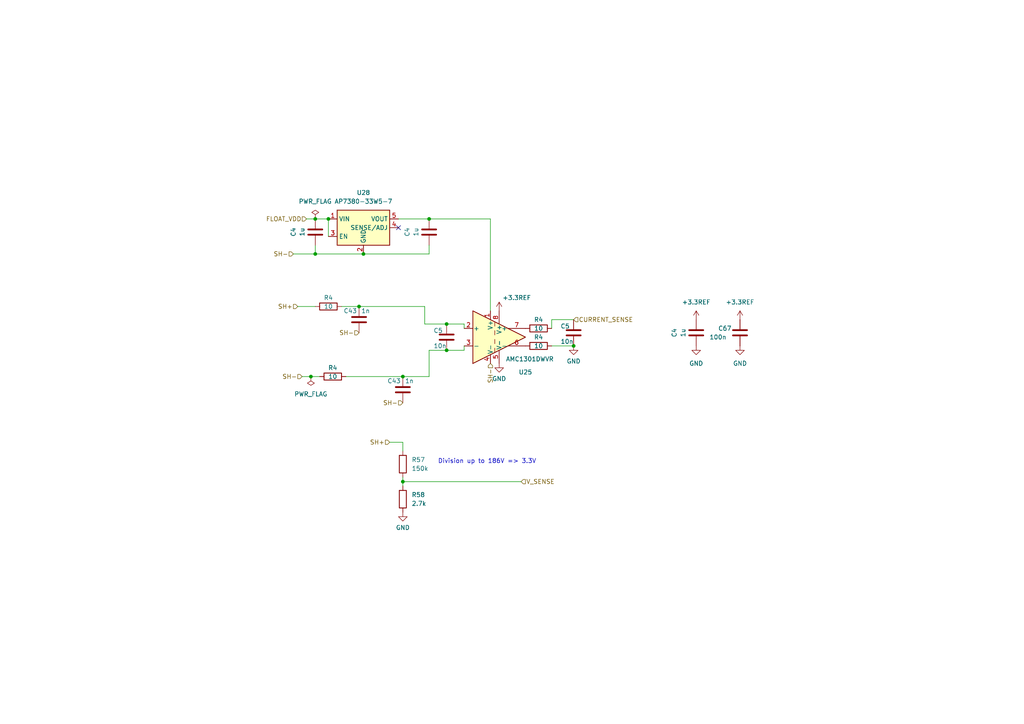
<source format=kicad_sch>
(kicad_sch (version 20230121) (generator eeschema)
  (paper "A4")
  (lib_symbols
    (symbol "Amplifier_Difference:AMC1300DWV" (pin_names (offset 0.127))
      (property "Reference" "U" (at 7.62 8.89 0))
      (property "Value" "AMC1300DWV" (at 1.27 6.35 0))
      (symbol "AMC1300DWV_0_1"
        (polyline (pts (xy -1.27 -3.175) (xy -1.27 -4.445)))
        (polyline (pts (xy -1.27 -0.635) (xy -1.27 -1.905)))
        (polyline (pts (xy -1.27 1.905) (xy -1.27 0.635)))
        (polyline (pts (xy -1.27 4.445) (xy -1.27 3.175)))
        (polyline (pts (xy -7.62 -7.62) (xy -7.62 7.62) (xy 7.62 0) (xy -7.62 -7.62)) (stroke (width 0.254)) (fill (type background)))
      )
      (symbol "AMC1300DWV_1_1"
        (pin power_in line (at -2.54 7.62 270) (length 2.54) (name "V+") (number "1"))
        (pin input line (at -10.16 2.54 0) (length 2.54) (name "+") (number "2"))
        (pin input line (at -10.16 -2.54 0) (length 2.54) (name "-") (number "3"))
        (pin power_in line (at -2.54 -7.62 90) (length 2.54) (name "V-") (number "4"))
        (pin power_in line (at 0 -7.62 90) (length 3.81) (name "V-") (number "5"))
        (pin output line (at 7.62 -2.54 180) (length 5.08) (name "-") (number "6"))
        (pin output line (at 7.62 2.54 180) (length 5.08) (name "+") (number "7"))
        (pin power_in line (at 0 7.62 270) (length 3.81) (name "V+") (number "8"))
      )
    )
    (symbol "Device:C" (pin_numbers hide) (pin_names (offset 0.254))
      (property "Reference" "C" (at 0.635 2.54 0))
      (property "Value" "C" (at 0.635 -2.54 0))
      (symbol "C_0_1"
        (polyline (pts (xy -2.032 -0.762) (xy 2.032 -0.762)) (stroke (width 0.508)))
        (polyline (pts (xy -2.032 0.762) (xy 2.032 0.762)) (stroke (width 0.508)))
      )
      (symbol "C_1_1"
        (pin passive line (at 0 3.81 270) (length 2.794) (name "~") (number "1"))
        (pin passive line (at 0 -3.81 90) (length 2.794) (name "~") (number "2"))
      )
    )
    (symbol "Device:R" (pin_numbers hide) (pin_names (offset 0))
      (property "Reference" "R" (at 2.032 0 90))
      (property "Value" "R" (at 0 0 90))
      (symbol "R_0_1"
        (rectangle (start -1.016 -2.54) (end 1.016 2.54) (stroke (width 0.254)))
      )
      (symbol "R_1_1"
        (pin passive line (at 0 3.81 270) (length 1.27) (name "~") (number "1"))
        (pin passive line (at 0 -3.81 90) (length 1.27) (name "~") (number "2"))
      )
    )
    (symbol "GigaVescSymbols:+3.3REF" (power) (pin_names (offset 0))
      (property "Value" "+3.3REF" (at 0 3.556 0))
      (symbol "+3.3REF_0_1"
        (polyline (pts (xy -0.762 1.27) (xy 0 2.54)))
        (polyline (pts (xy 0 0) (xy 0 2.54)))
        (polyline (pts (xy 0 2.54) (xy 0.762 1.27)))
      )
      (symbol "+3.3REF_1_1"
        (pin power_in line (at 0 0 90) (length 0) hide (name "+3.3REF") (number "1"))
      )
    )
    (symbol "Regulator_Linear:ADP7142AUJZ-3.3"
      (property "Reference" "U" (at 0 8.89 0))
      (property "Value" "ADP7142AUJZ-3.3" (at 0 6.35 0))
      (symbol "ADP7142AUJZ-3.3_0_1"
        (rectangle (start -7.62 5.08) (end 7.62 -5.08) (stroke (width 0.254)) (fill (type background)))
      )
      (symbol "ADP7142AUJZ-3.3_1_1"
        (pin power_in line (at -10.16 2.54 0) (length 2.54) (name "VIN") (number "1"))
        (pin power_in line (at 0 -7.62 90) (length 2.54) (name "GND") (number "2"))
        (pin input line (at -10.16 -2.54 0) (length 2.54) (name "EN") (number "3"))
        (pin input line (at 10.16 0 180) (length 2.54) (name "SENSE/ADJ") (number "4"))
        (pin power_out line (at 10.16 2.54 180) (length 2.54) (name "VOUT") (number "5"))
      )
    )
    (symbol "power:GND" (power) (pin_names (offset 0))
      (property "Value" "GND" (at 0 -3.81 0))
      (symbol "GND_0_1"
        (polyline (pts (xy 0 0) (xy 0 -1.27) (xy 1.27 -1.27) (xy 0 -2.54) (xy -1.27 -1.27) (xy 0 -1.27)))
      )
      (symbol "GND_1_1"
        (pin power_in line (at 0 0 270) (length 0) hide (name "GND") (number "1"))
      )
    )
    (symbol "power:PWR_FLAG" (power) (pin_numbers hide) (pin_names (offset 0) hide)
      (property "Value" "PWR_FLAG" (at 0 3.81 0))
      (symbol "PWR_FLAG_0_0"
        (pin power_out line (at 0 0 90) (length 0) (name "pwr") (number "1"))
      )
      (symbol "PWR_FLAG_0_1"
        (polyline (pts (xy 0 0) (xy 0 1.27) (xy -1.016 1.905) (xy 0 2.54) (xy 1.016 1.905) (xy 0 1.27)))
      )
    )
  )
  (junction (at 91.44 63.5))
  (junction (at 90.17 109.22))
  (junction (at 105.41 73.66))
  (junction (at 116.84 139.7))
  (junction (at 91.44 73.66))
  (junction (at 129.54 93.98))
  (junction (at 129.54 101.6))
  (junction (at 104.14 88.9))
  (junction (at 166.37 100.33))
  (junction (at 116.84 109.22))
  (junction (at 124.46 63.5))
  (junction (at 95.25 63.5))
  (no_connect (at 115.57 66.04))
  (wire (pts (xy 124.46 101.6) (xy 129.54 101.6)))
  (wire (pts (xy 116.84 139.7) (xy 151.13 139.7)))
  (wire (pts (xy 123.19 88.9) (xy 123.19 93.98)))
  (wire (pts (xy 160.02 92.71) (xy 166.37 92.71)))
  (wire (pts (xy 88.9 63.5) (xy 91.44 63.5)))
  (wire (pts (xy 95.25 63.5) (xy 95.25 68.58)))
  (wire (pts (xy 86.36 88.9) (xy 91.44 88.9)))
  (wire (pts (xy 160.02 95.25) (xy 160.02 92.71)))
  (wire (pts (xy 134.62 93.98) (xy 134.62 95.25)))
  (wire (pts (xy 123.19 93.98) (xy 129.54 93.98)))
  (wire (pts (xy 99.06 88.9) (xy 104.14 88.9)))
  (wire (pts (xy 91.44 71.12) (xy 91.44 73.66)))
  (wire (pts (xy 90.17 109.22) (xy 92.71 109.22)))
  (wire (pts (xy 104.14 88.9) (xy 123.19 88.9)))
  (wire (pts (xy 116.84 109.22) (xy 124.46 109.22)))
  (wire (pts (xy 116.84 138.43) (xy 116.84 139.7)))
  (wire (pts (xy 116.84 140.97) (xy 116.84 139.7)))
  (wire (pts (xy 113.03 128.27) (xy 116.84 128.27)))
  (wire (pts (xy 85.09 73.66) (xy 91.44 73.66)))
  (wire (pts (xy 115.57 63.5) (xy 124.46 63.5)))
  (wire (pts (xy 129.54 93.98) (xy 134.62 93.98)))
  (wire (pts (xy 87.63 109.22) (xy 90.17 109.22)))
  (wire (pts (xy 100.33 109.22) (xy 116.84 109.22)))
  (wire (pts (xy 124.46 73.66) (xy 105.41 73.66)))
  (wire (pts (xy 124.46 109.22) (xy 124.46 101.6)))
  (wire (pts (xy 91.44 63.5) (xy 95.25 63.5)))
  (wire (pts (xy 129.54 101.6) (xy 134.62 101.6)))
  (wire (pts (xy 134.62 101.6) (xy 134.62 100.33)))
  (wire (pts (xy 116.84 128.27) (xy 116.84 130.81)))
  (wire (pts (xy 91.44 73.66) (xy 105.41 73.66)))
  (wire (pts (xy 124.46 63.5) (xy 142.24 63.5)))
  (wire (pts (xy 124.46 71.12) (xy 124.46 73.66)))
  (wire (pts (xy 142.24 90.17) (xy 142.24 63.5)))
  (wire (pts (xy 160.02 100.33) (xy 166.37 100.33)))
  (text "Division up to 186V => 3.3V" (at 127 134.62 0) (effects (font (size 1.27 1.27)) (justify left bottom)))
  (hierarchical_label "SH-" (shape input) (at 104.14 96.52 180))
  (hierarchical_label "SH-" (shape input) (at 85.09 73.66 180))
  (hierarchical_label "SH+" (shape input) (at 86.36 88.9 180))
  (hierarchical_label "SH-" (shape input) (at 142.24 105.41 270))
  (hierarchical_label "SH-" (shape input) (at 116.84 116.84 180))
  (hierarchical_label "SH+" (shape input) (at 113.03 128.27 180))
  (hierarchical_label "CURRENT_SENSE" (shape input) (at 166.37 92.71 0))
  (hierarchical_label "SH-" (shape input) (at 87.63 109.22 180))
  (hierarchical_label "V_SENSE" (shape input) (at 151.13 139.7 0))
  (hierarchical_label "FLOAT_VDD" (shape input) (at 88.9 63.5 180))
  (symbol (lib_id "Amplifier_Difference:AMC1300DWV") (at 144.78 97.79 0) (unit 1)
    (property "Reference" "U25" (at 152.4 107.95 0))
    (property "Value" "AMC1301DWVR" (at 153.67 104.14 0))
    (property "Footprint" "Package_SO:SOIC-8_7.5x5.85mm_P1.27mm" (effects hide))
    (property "Datasheet" "http://www.ti.com/lit/ds/symlink/amc1300.pdf" (effects hide))
    (property "MPN" "C190273" (effects hide))
    (property "JLCRotOffset" "-90" (effects hide))
    (instances (project "GigaMax" (path "" (reference "U25") (unit 1)) (path "" (reference "U26") (unit 1)) (path "" (reference "U27") (unit 1))) (project "EPC2304" (path "" (reference "U4") (unit 1)) (path "" (reference "U5") (unit 1)) (path "" (reference "U6") (unit 1))))
  )
  (symbol (lib_id "Regulator_Linear:ADP7142AUJZ-3.3") (at 105.41 66.04 0) (unit 1)
    (property "Reference" "U28" (at 105.41 55.88 0))
    (property "Value" "AP7380-33W5-7" (at 105.41 58.42 0))
    (property "Footprint" "Package_TO_SOT_SMD:TSOT-23-5" (effects hide))
    (property "Datasheet" "https://www.analog.com/media/en/technical-documentation/data-sheets/ADP7142.pdf" (effects hide))
    (property "MPN" "C115094" (effects hide))
    (property "JLCRotOffset" "-180" (effects hide))
    (instances (project "GigaMax" (path "" (reference "U28") (unit 1)) (path "" (reference "U29") (unit 1)) (path "" (reference "U30") (unit 1))))
  )
  (symbol (lib_id "Device:R") (at 156.21 95.25 90) (unit 1)
    (property "Reference" "R4" (at 156.21 92.71 90))
    (property "Value" "10" (at 156.21 95.25 90))
    (property "Footprint" "Resistor_SMD:R_0603_1608Metric" (effects hide))
    (property "Mouser" "603-RC0805JR-072R2L" (effects hide))
    (property "MPN" "C22859" (effects hide))
    (instances (project "2EDF7275KXUMA1" (path "" (reference "R4") (unit 1))) (project "GigaVescDrivers" (path "" (reference "R19") (unit 1)) (path "" (reference "R27") (unit 1)) (path "" (reference "R37") (unit 1))) (project "GigaMax" (path "" (reference "R53") (unit 1)) (path "" (reference "R60") (unit 1)) (path "" (reference "R69") (unit 1))) (project "EPC2304" (path "" (reference "R11") (unit 1)) (path "" (reference "R12") (unit 1)) (path "" (reference "R16") (unit 1))))
  )
  (symbol (lib_id "Device:C") (at 91.44 67.31 0) (unit 1)
    (property "Reference" "C4" (at 85.09 67.31 90))
    (property "Value" "1u" (at 87.63 67.31 90))
    (property "Footprint" "GigaVescLibs:C_0603_1608Metric_L" (effects hide))
    (property "MPN" "C15849" (effects hide))
    (instances (project "GigaMax" (path "" (reference "C4") (unit 1)) (path "" (reference "C80") (unit 1)) (path "" (reference "C79") (unit 1)) (path "" (reference "C81") (unit 1))))
  )
  (symbol (lib_id "power:PWR_FLAG") (at 91.44 63.5 0) (unit 1)
    (property "Reference" "#FLG07" (effects hide))
    (property "Value" "PWR_FLAG" (at 91.44 58.42 0))
    (instances (project "GigaMax" (path "" (reference "#FLG07") (unit 1)) (path "" (reference "#FLG08") (unit 1)) (path "" (reference "#FLG09") (unit 1))))
  )
  (symbol (lib_id "Device:R") (at 116.84 144.78 0) (unit 1)
    (property "Reference" "R58" (at 119.38 143.51 0) (effects (justify left)))
    (property "Value" "2.7k" (at 119.38 146.05 0) (effects (justify left)))
    (property "Footprint" "Resistor_SMD:R_0603_1608Metric" (effects hide))
    (property "MPN" "C13167" (effects hide))
    (property "Mouser" "603-RT0805FRE072K7L" (effects hide))
    (instances (project "GigaMax" (path "" (reference "R58") (unit 1)) (path "" (reference "R52") (unit 1)) (path "" (reference "R67") (unit 1))) (project "EPC2304" (path "" (reference "R2") (unit 1)) (path "" (reference "R12") (unit 1)) (path "" (reference "R14") (unit 1))))
  )
  (symbol (lib_id "Device:R") (at 95.25 88.9 90) (unit 1)
    (property "Reference" "R4" (at 95.25 86.36 90))
    (property "Value" "10" (at 95.25 88.9 90))
    (property "Footprint" "Resistor_SMD:R_0603_1608Metric" (effects hide))
    (property "Mouser" "603-RC0805JR-072R2L" (effects hide))
    (property "MPN" "C22859" (effects hide))
    (instances (project "2EDF7275KXUMA1" (path "" (reference "R4") (unit 1))) (project "GigaVescDrivers" (path "" (reference "R19") (unit 1)) (path "" (reference "R27") (unit 1)) (path "" (reference "R37") (unit 1))) (project "GigaMax" (path "" (reference "R48") (unit 1)) (path "" (reference "R55") (unit 1)) (path "" (reference "R62") (unit 1))) (project "EPC2304" (path "" (reference "R11") (unit 1)) (path "" (reference "R12") (unit 1)) (path "" (reference "R16") (unit 1))))
  )
  (symbol (lib_id "power:GND") (at 144.78 105.41 0) (unit 1)
    (property "Reference" "#PWR0214" (effects hide))
    (property "Value" "GND" (at 144.78 109.855 0))
    (instances (project "GigaMax" (path "" (reference "#PWR0214") (unit 1)) (path "" (reference "#PWR0194") (unit 1)) (path "" (reference "#PWR0220") (unit 1))) (project "EPC2304" (path "" (reference "#PWR032") (unit 1)) (path "" (reference "#PWR020") (unit 1)) (path "" (reference "#PWR021") (unit 1)) (path "" (reference "#PWR034") (unit 1))))
  )
  (symbol (lib_id "power:GND") (at 166.37 100.33 0) (unit 1)
    (property "Reference" "#PWR0216" (effects hide))
    (property "Value" "GND" (at 166.37 104.775 0))
    (instances (project "GigaMax" (path "" (reference "#PWR0216") (unit 1)) (path "" (reference "#PWR0204") (unit 1)) (path "" (reference "#PWR0223") (unit 1))) (project "EPC2304" (path "" (reference "#PWR032") (unit 1)) (path "" (reference "#PWR020") (unit 1)) (path "" (reference "#PWR021") (unit 1)) (path "" (reference "#PWR034") (unit 1))))
  )
  (symbol (lib_id "Device:C") (at 201.93 96.52 0) (unit 1)
    (property "Reference" "C4" (at 195.58 96.52 90))
    (property "Value" "1u" (at 198.12 96.52 90))
    (property "Footprint" "GigaVescLibs:C_0603_1608Metric_L" (effects hide))
    (property "MPN" "C15849" (effects hide))
    (instances (project "GigaMax" (path "" (reference "C4") (unit 1)) (path "" (reference "C41") (unit 1)) (path "" (reference "C70") (unit 1)) (path "" (reference "C76") (unit 1))))
  )
  (symbol (lib_id "GigaVescSymbols:+3.3REF") (at 144.78 90.17 0) (unit 1)
    (property "Reference" "#PWR0129" (effects hide))
    (property "Value" "+3.3REF" (at 149.86 86.36 0))
    (instances (project "GigaMax" (path "" (reference "#PWR0129") (unit 1)) (path "" (reference "#PWR0211") (unit 1)) (path "" (reference "#PWR0189") (unit 1)) (path "" (reference "#PWR0219") (unit 1))))
  )
  (symbol (lib_id "GigaVescSymbols:+3.3REF") (at 214.63 92.71 0) (unit 1)
    (property "Reference" "#PWR0129" (effects hide))
    (property "Value" "+3.3REF" (at 214.63 87.63 0))
    (instances (project "GigaMax" (path "" (reference "#PWR0129") (unit 1)) (path "" (reference "#PWR0200") (unit 1)) (path "" (reference "#PWR0205") (unit 1)) (path "" (reference "#PWR0224") (unit 1))))
  )
  (symbol (lib_id "Device:C") (at 124.46 67.31 0) (unit 1)
    (property "Reference" "C4" (at 118.11 67.31 90))
    (property "Value" "1u" (at 120.65 67.31 90))
    (property "Footprint" "GigaVescLibs:C_0603_1608Metric_L" (effects hide))
    (property "MPN" "C15849" (effects hide))
    (instances (project "GigaMax" (path "" (reference "C4") (unit 1)) (path "" (reference "C83") (unit 1)) (path "" (reference "C82") (unit 1)) (path "" (reference "C84") (unit 1))))
  )
  (symbol (lib_id "Device:C") (at 129.54 97.79 0) (unit 1)
    (property "Reference" "C5" (at 125.73 95.885 0) (effects (justify left)))
    (property "Value" "10n" (at 125.73 100.33 0) (effects (justify left)))
    (property "Footprint" "GigaVescLibs:C_0603_1608Metric_L" (effects hide))
    (property "MPN" "C57112" (effects hide))
    (instances (project "GigaMax" (path "" (reference "C5") (unit 1)) (path "" (reference "C36") (unit 1)) (path "" (reference "C69") (unit 1)) (path "" (reference "C75") (unit 1))))
  )
  (symbol (lib_id "power:GND") (at 214.63 100.33 0) (unit 1)
    (property "Reference" "#PWR0129" (effects hide))
    (property "Value" "GND" (at 214.63 105.41 0))
    (instances (project "GigaMax" (path "" (reference "#PWR0129") (unit 1)) (path "" (reference "#PWR0201") (unit 1)) (path "" (reference "#PWR0212") (unit 1)) (path "" (reference "#PWR0225") (unit 1))))
  )
  (symbol (lib_id "Device:R") (at 116.84 134.62 0) (unit 1)
    (property "Reference" "R57" (at 119.38 133.35 0) (effects (justify left)))
    (property "Value" "150k" (at 119.38 135.89 0) (effects (justify left)))
    (property "Footprint" "Resistor_SMD:R_0603_1608Metric" (effects hide))
    (property "MPN" "C22807" (effects hide))
    (property "Mouser" "603-RT0805FRE07150KL" (effects hide))
    (instances (project "GigaMax" (path "" (reference "R57") (unit 1)) (path "" (reference "R51") (unit 1)) (path "" (reference "R66") (unit 1))) (project "EPC2304" (path "" (reference "R1") (unit 1)) (path "" (reference "R11") (unit 1)) (path "" (reference "R13") (unit 1))))
  )
  (symbol (lib_id "power:GND") (at 201.93 100.33 0) (unit 1)
    (property "Reference" "#PWR0129" (effects hide))
    (property "Value" "GND" (at 201.93 105.41 0))
    (instances (project "GigaMax" (path "" (reference "#PWR0129") (unit 1)) (path "" (reference "#PWR0196") (unit 1)) (path "" (reference "#PWR0199") (unit 1)) (path "" (reference "#PWR0222") (unit 1))))
  )
  (symbol (lib_id "Device:R") (at 96.52 109.22 90) (unit 1)
    (property "Reference" "R4" (at 96.52 106.68 90))
    (property "Value" "10" (at 96.52 109.22 90))
    (property "Footprint" "Resistor_SMD:R_0603_1608Metric" (effects hide))
    (property "Mouser" "603-RC0805JR-072R2L" (effects hide))
    (property "MPN" "C22859" (effects hide))
    (instances (project "2EDF7275KXUMA1" (path "" (reference "R4") (unit 1))) (project "GigaVescDrivers" (path "" (reference "R19") (unit 1)) (path "" (reference "R27") (unit 1)) (path "" (reference "R37") (unit 1))) (project "GigaMax" (path "" (reference "R50") (unit 1)) (path "" (reference "R56") (unit 1)) (path "" (reference "R65") (unit 1))) (project "EPC2304" (path "" (reference "R31") (unit 1)) (path "" (reference "R32") (unit 1)) (path "" (reference "R33") (unit 1))))
  )
  (symbol (lib_id "Device:C") (at 104.14 92.71 0) (unit 1)
    (property "Reference" "C43" (at 101.6 90.17 0))
    (property "Value" "1n" (at 106.045 90.17 0))
    (property "Footprint" "GigaVescLibs:C_0603_1608Metric_L" (effects hide))
    (property "MPN" "C1588" (effects hide))
    (instances (project "GigaMax" (path "" (reference "C43") (unit 1)) (path "" (reference "C14") (unit 1)) (path "" (reference "C42") (unit 1)) (path "" (reference "C73") (unit 1))))
  )
  (symbol (lib_id "Device:C") (at 116.84 113.03 0) (unit 1)
    (property "Reference" "C43" (at 114.3 110.49 0))
    (property "Value" "1n" (at 118.745 110.49 0))
    (property "Footprint" "GigaVescLibs:C_0603_1608Metric_L" (effects hide))
    (property "MPN" "C1588" (effects hide))
    (instances (project "GigaMax" (path "" (reference "C43") (unit 1)) (path "" (reference "C40") (unit 1)) (path "" (reference "C68") (unit 1)) (path "" (reference "C74") (unit 1))))
  )
  (symbol (lib_id "Device:R") (at 156.21 100.33 90) (unit 1)
    (property "Reference" "R4" (at 156.21 97.79 90))
    (property "Value" "10" (at 156.21 100.33 90))
    (property "Footprint" "Resistor_SMD:R_0603_1608Metric" (effects hide))
    (property "Mouser" "603-RC0805JR-072R2L" (effects hide))
    (property "MPN" "C22859" (effects hide))
    (instances (project "2EDF7275KXUMA1" (path "" (reference "R4") (unit 1))) (project "GigaVescDrivers" (path "" (reference "R19") (unit 1)) (path "" (reference "R27") (unit 1)) (path "" (reference "R37") (unit 1))) (project "GigaMax" (path "" (reference "R54") (unit 1)) (path "" (reference "R61") (unit 1)) (path "" (reference "R70") (unit 1))) (project "EPC2304" (path "" (reference "R11") (unit 1)) (path "" (reference "R12") (unit 1)) (path "" (reference "R16") (unit 1))))
  )
  (symbol (lib_id "Device:C") (at 214.63 96.52 0) (unit 1)
    (property "Reference" "C67" (at 208.28 95.25 0) (effects (justify left)))
    (property "Value" "100n" (at 205.74 97.79 0) (effects (justify left)))
    (property "Footprint" "GigaVescLibs:C_0603_1608Metric_L" (effects hide))
    (property "MPN" "C14663" (effects hide))
    (property "Mouser" "581-08055C104KAT4A" (effects hide))
    (instances (project "GigaMax" (path "" (reference "C67") (unit 1)) (path "" (reference "C72") (unit 1)) (path "" (reference "C78") (unit 1))) (project "IPB072N15N3G_SHUNTS" (path "" (reference "C29") (unit 1)) (path "" (reference "C39") (unit 1)) (path "" (reference "C44") (unit 1))))
  )
  (symbol (lib_id "Device:C") (at 166.37 96.52 0) (unit 1)
    (property "Reference" "C5" (at 162.56 94.615 0) (effects (justify left)))
    (property "Value" "10n" (at 162.56 99.06 0) (effects (justify left)))
    (property "Footprint" "GigaVescLibs:C_0603_1608Metric_L" (effects hide))
    (property "MPN" "C57112" (effects hide))
    (instances (project "GigaMax" (path "" (reference "C5") (unit 1)) (path "" (reference "C15") (unit 1)) (path "" (reference "C71") (unit 1)) (path "" (reference "C77") (unit 1))))
  )
  (symbol (lib_id "power:GND") (at 116.84 148.59 0) (unit 1)
    (property "Reference" "#PWR0213" (effects hide))
    (property "Value" "GND" (at 116.84 153.035 0))
    (instances (project "GigaMax" (path "" (reference "#PWR0213") (unit 1)) (path "" (reference "#PWR0129") (unit 1)) (path "" (reference "#PWR0217") (unit 1))) (project "EPC2304" (path "" (reference "#PWR032") (unit 1)) (path "" (reference "#PWR08") (unit 1)) (path "" (reference "#PWR020") (unit 1)) (path "" (reference "#PWR021") (unit 1))))
  )
  (symbol (lib_id "power:PWR_FLAG") (at 90.17 109.22 180) (unit 1)
    (property "Reference" "#FLG010" (effects hide))
    (property "Value" "PWR_FLAG" (at 90.17 114.3 0))
    (instances (project "GigaMax" (path "" (reference "#FLG010") (unit 1)) (path "" (reference "#FLG011") (unit 1)) (path "" (reference "#FLG012") (unit 1))))
  )
  (symbol (lib_id "GigaVescSymbols:+3.3REF") (at 201.93 92.71 0) (unit 1)
    (property "Reference" "#PWR0129" (effects hide))
    (property "Value" "+3.3REF" (at 201.93 87.63 0))
    (instances (project "GigaMax" (path "" (reference "#PWR0129") (unit 1)) (path "" (reference "#PWR0197") (unit 1)) (path "" (reference "#PWR0195") (unit 1)) (path "" (reference "#PWR0221") (unit 1))))
  )
)
</source>
